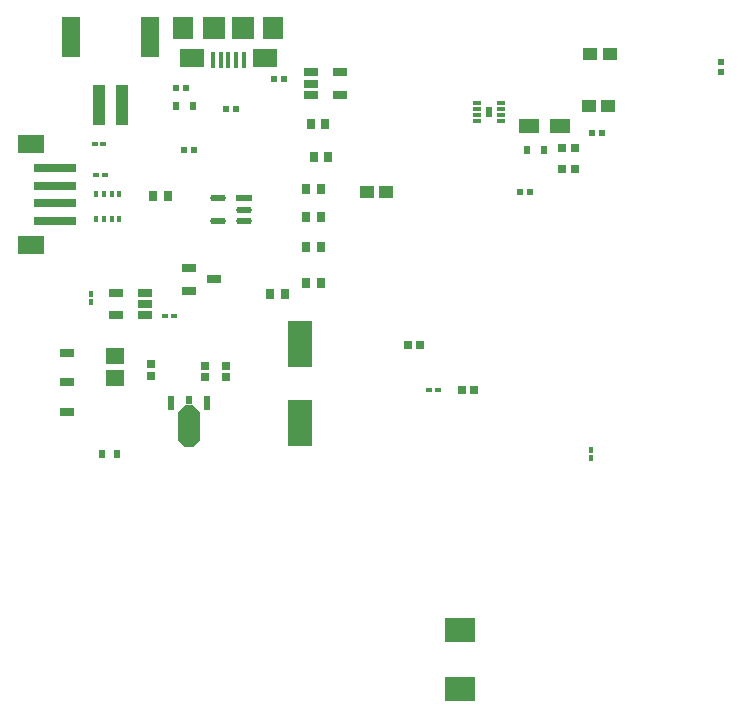
<source format=gbp>
G04*
G04 #@! TF.GenerationSoftware,Altium Limited,Altium Designer,20.0.2 (26)*
G04*
G04 Layer_Color=128*
%FSLAX44Y44*%
%MOMM*%
G71*
G01*
G75*
%ADD58R,1.8000X1.2300*%
G04:AMPARAMS|DCode=60|XSize=0.76mm|YSize=0.27mm|CornerRadius=0.0338mm|HoleSize=0mm|Usage=FLASHONLY|Rotation=180.000|XOffset=0mm|YOffset=0mm|HoleType=Round|Shape=RoundedRectangle|*
%AMROUNDEDRECTD60*
21,1,0.7600,0.2025,0,0,180.0*
21,1,0.6925,0.2700,0,0,180.0*
1,1,0.0675,-0.3463,0.1013*
1,1,0.0675,0.3463,0.1013*
1,1,0.0675,0.3463,-0.1013*
1,1,0.0675,-0.3463,-0.1013*
%
%ADD60ROUNDEDRECTD60*%
%ADD61R,0.4500X0.5000*%
%ADD62R,0.5500X0.6000*%
%ADD63R,0.7581X0.8121*%
%ADD64R,0.5000X0.4500*%
%ADD65R,0.7154X0.6725*%
%ADD66R,1.5562X1.4546*%
%ADD67R,0.6725X0.7154*%
%ADD68R,0.7200X0.6900*%
%ADD69R,0.6000X1.3000*%
%ADD70R,0.6000X0.8000*%
%ADD71R,2.6500X2.0500*%
%ADD72R,0.6000X0.8000*%
%ADD73R,1.2000X0.7000*%
%ADD74R,0.6000X0.5500*%
%ADD75R,1.0000X3.5000*%
%ADD76R,1.5000X3.4000*%
%ADD77R,0.4000X1.3500*%
%ADD78R,2.1000X1.6000*%
%ADD79R,1.8000X1.9000*%
%ADD80R,1.9000X1.9000*%
G04:AMPARAMS|DCode=81|XSize=1.3383mm|YSize=0.578mm|CornerRadius=0.289mm|HoleSize=0mm|Usage=FLASHONLY|Rotation=180.000|XOffset=0mm|YOffset=0mm|HoleType=Round|Shape=RoundedRectangle|*
%AMROUNDEDRECTD81*
21,1,1.3383,0.0000,0,0,180.0*
21,1,0.7603,0.5780,0,0,180.0*
1,1,0.5780,-0.3802,0.0000*
1,1,0.5780,0.3802,0.0000*
1,1,0.5780,0.3802,0.0000*
1,1,0.5780,-0.3802,0.0000*
%
%ADD81ROUNDEDRECTD81*%
%ADD82R,1.3383X0.5780*%
%ADD83R,1.1581X1.0121*%
%ADD84R,1.2500X0.6500*%
%ADD85R,2.1500X4.0000*%
%ADD86R,0.7000X0.7000*%
%ADD87R,1.2000X0.6500*%
%ADD88R,0.3500X0.5000*%
%ADD89R,2.3000X1.5000*%
%ADD90R,3.6000X0.7000*%
G36*
X658120Y1199860D02*
X652520D01*
Y1208060D01*
X658120D01*
Y1199860D01*
D02*
G37*
G36*
X410320Y950340D02*
Y926340D01*
X404320Y920340D01*
X398320D01*
X392320Y926340D01*
Y950340D01*
X398320Y956340D01*
X404320D01*
X410320Y950340D01*
D02*
G37*
D58*
X689210Y1192530D02*
D03*
X715410D02*
D03*
D60*
X645470Y1211460D02*
D03*
Y1206460D02*
D03*
Y1201460D02*
D03*
Y1196460D02*
D03*
X665170D02*
D03*
Y1201460D02*
D03*
Y1206460D02*
D03*
Y1211460D02*
D03*
D61*
X741680Y910650D02*
D03*
Y918150D02*
D03*
X318770Y1050230D02*
D03*
Y1042730D02*
D03*
D62*
X852170Y1246310D02*
D03*
Y1237810D02*
D03*
D63*
X506810Y1165860D02*
D03*
X519350D02*
D03*
X513000Y1115060D02*
D03*
X500460D02*
D03*
X513000Y1089660D02*
D03*
X500460D02*
D03*
X513000Y1059180D02*
D03*
X500460D02*
D03*
X383460Y1132840D02*
D03*
X370920D02*
D03*
X504270Y1193800D02*
D03*
X516810D02*
D03*
X513000Y1139190D02*
D03*
X500460D02*
D03*
X482520Y1050290D02*
D03*
X469980D02*
D03*
D64*
X612080Y969010D02*
D03*
X604580D02*
D03*
X388560Y1031240D02*
D03*
X381060D02*
D03*
X321370Y1177290D02*
D03*
X328870D02*
D03*
X322640Y1150620D02*
D03*
X330140D02*
D03*
D65*
X642326Y969010D02*
D03*
X632754D02*
D03*
X596606Y1007110D02*
D03*
X587034D02*
D03*
D66*
X339090Y978802D02*
D03*
Y997318D02*
D03*
D67*
X433070Y979464D02*
D03*
Y989036D02*
D03*
X369570Y990306D02*
D03*
Y980734D02*
D03*
D68*
X415290Y979650D02*
D03*
Y988850D02*
D03*
D69*
X416320Y957840D02*
D03*
X386320D02*
D03*
D70*
X401320Y960340D02*
D03*
X687440Y1172210D02*
D03*
X701940D02*
D03*
D71*
X631190Y715660D02*
D03*
Y765160D02*
D03*
D72*
X340510Y914400D02*
D03*
X327510D02*
D03*
X390260Y1209040D02*
D03*
X404760D02*
D03*
D73*
X297930Y1000360D02*
D03*
Y975360D02*
D03*
Y950360D02*
D03*
D74*
X432630Y1206500D02*
D03*
X441130D02*
D03*
X390720Y1224280D02*
D03*
X399220D02*
D03*
X405570Y1172210D02*
D03*
X397070D02*
D03*
X690050Y1136650D02*
D03*
X681550D02*
D03*
X481770Y1231900D02*
D03*
X473270D02*
D03*
X751010Y1186180D02*
D03*
X742510D02*
D03*
D75*
X344800Y1209960D02*
D03*
X324800D02*
D03*
D76*
X368300Y1267460D02*
D03*
X301300D02*
D03*
D77*
X434640Y1248410D02*
D03*
X428140D02*
D03*
X441140D02*
D03*
X421640D02*
D03*
X447640D02*
D03*
D78*
X403640Y1249660D02*
D03*
X465640D02*
D03*
D79*
X396640Y1275160D02*
D03*
X472640D02*
D03*
D80*
X422640D02*
D03*
X446640D02*
D03*
D81*
X425718Y1130910D02*
D03*
Y1111910D02*
D03*
X448042D02*
D03*
Y1121410D02*
D03*
D82*
Y1130910D02*
D03*
D83*
X568340Y1136650D02*
D03*
X551800D02*
D03*
X741030Y1253490D02*
D03*
X757570D02*
D03*
X756300Y1209040D02*
D03*
X739760D02*
D03*
D84*
X504390Y1218690D02*
D03*
Y1228090D02*
D03*
Y1237490D02*
D03*
X529390D02*
D03*
Y1218690D02*
D03*
X339290Y1050800D02*
D03*
Y1032000D02*
D03*
X364290D02*
D03*
Y1041400D02*
D03*
Y1050800D02*
D03*
D85*
X495300Y1007590D02*
D03*
Y940590D02*
D03*
D86*
X717130Y1155440D02*
D03*
X728130D02*
D03*
Y1173740D02*
D03*
X717130D02*
D03*
D87*
X422320Y1062430D02*
D03*
X401320Y1072030D02*
D03*
Y1052830D02*
D03*
D88*
X329490Y1134200D02*
D03*
X322990D02*
D03*
Y1113700D02*
D03*
X329490D02*
D03*
X335990D02*
D03*
X342490D02*
D03*
Y1134200D02*
D03*
X335990D02*
D03*
D89*
X267790Y1177230D02*
D03*
Y1091230D02*
D03*
D90*
X288290Y1156730D02*
D03*
Y1141730D02*
D03*
Y1126730D02*
D03*
Y1111730D02*
D03*
M02*

</source>
